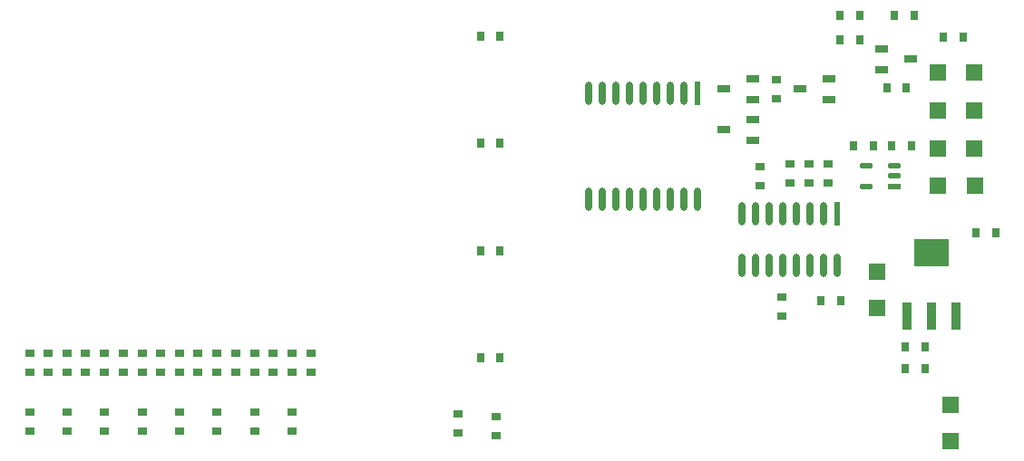
<source format=gtp>
%FSTAX24Y24*%
%MOIN*%
G70*
G01*
G75*
G04 Layer_Color=8421504*
%ADD10R,0.0315X0.0374*%
%ADD11R,0.0374X0.0315*%
%ADD12R,0.0472X0.0256*%
G04:AMPARAMS|DCode=13|XSize=21.7mil|YSize=47.2mil|CornerRadius=0mil|HoleSize=0mil|Usage=FLASHONLY|Rotation=270.000|XOffset=0mil|YOffset=0mil|HoleType=Round|Shape=Octagon|*
%AMOCTAGOND13*
4,1,8,0.0236,0.0054,0.0236,-0.0054,0.0182,-0.0108,-0.0182,-0.0108,-0.0236,-0.0054,-0.0236,0.0054,-0.0182,0.0108,0.0182,0.0108,0.0236,0.0054,0.0*
%
%ADD13OCTAGOND13*%

%ADD14R,0.0472X0.0217*%
%ADD15O,0.0236X0.0866*%
%ADD16R,0.0236X0.0866*%
%ADD17R,0.0630X0.0630*%
%ADD18R,0.1299X0.1004*%
%ADD19R,0.0374X0.1004*%
%ADD20R,0.0630X0.0630*%
%ADD21C,0.0100*%
%ADD22C,0.0200*%
%ADD23C,0.0150*%
%ADD24C,0.0039*%
%ADD25R,0.0787X0.0787*%
%ADD26C,0.0787*%
%ADD27C,0.0591*%
%ADD28R,0.0591X0.0591*%
%ADD29C,0.0709*%
%ADD30R,0.0591X0.0591*%
%ADD31C,0.1800*%
%ADD32C,0.0984*%
%ADD33R,0.0984X0.0984*%
G04:AMPARAMS|DCode=34|XSize=78.7mil|YSize=60mil|CornerRadius=0mil|HoleSize=0mil|Usage=FLASHONLY|Rotation=270.000|XOffset=0mil|YOffset=0mil|HoleType=Round|Shape=Octagon|*
%AMOCTAGOND34*
4,1,8,-0.0150,-0.0394,0.0150,-0.0394,0.0300,-0.0244,0.0300,0.0244,0.0150,0.0394,-0.0150,0.0394,-0.0300,0.0244,-0.0300,-0.0244,-0.0150,-0.0394,0.0*
%
%ADD34OCTAGOND34*%

%ADD35C,0.2441*%
%ADD36C,0.0320*%
%ADD37R,0.0472X0.0728*%
%ADD38C,0.0300*%
D10*
X094567Y085278D02*
D03*
X093858D02*
D03*
X098367Y084478D02*
D03*
X097658D02*
D03*
X094567Y084378D02*
D03*
X093858D02*
D03*
X096467Y080478D02*
D03*
X095758D02*
D03*
X095067D02*
D03*
X094358D02*
D03*
X099567Y077278D02*
D03*
X098858D02*
D03*
X096967Y072278D02*
D03*
X096258D02*
D03*
X080642Y08451D02*
D03*
X08135D02*
D03*
X096258Y073078D02*
D03*
X096967D02*
D03*
X080642Y080573D02*
D03*
X08135D02*
D03*
X080642Y076636D02*
D03*
X08135D02*
D03*
X080642Y072699D02*
D03*
X08135D02*
D03*
X093158Y074778D02*
D03*
X093867D02*
D03*
X095858Y085278D02*
D03*
X096567D02*
D03*
X096277Y08261D02*
D03*
X095568D02*
D03*
D11*
X092713Y079832D02*
D03*
Y079124D02*
D03*
X091513Y082932D02*
D03*
Y082224D02*
D03*
X090913Y079732D02*
D03*
Y079024D02*
D03*
X081213Y069824D02*
D03*
Y070532D02*
D03*
X079813Y069924D02*
D03*
Y070632D02*
D03*
X093413Y079832D02*
D03*
Y079124D02*
D03*
X073713Y072857D02*
D03*
Y072148D02*
D03*
X072335Y072857D02*
D03*
Y072148D02*
D03*
X070957Y072857D02*
D03*
Y072148D02*
D03*
X069579Y072857D02*
D03*
Y072148D02*
D03*
X068201Y072857D02*
D03*
Y072148D02*
D03*
X066823Y072857D02*
D03*
Y072148D02*
D03*
X065445Y072857D02*
D03*
Y072148D02*
D03*
X064067Y072857D02*
D03*
Y072148D02*
D03*
X092013Y079832D02*
D03*
Y079124D02*
D03*
X091713Y074224D02*
D03*
Y074932D02*
D03*
X073713Y070691D02*
D03*
Y069983D02*
D03*
X072335Y070691D02*
D03*
Y069983D02*
D03*
X070957Y070691D02*
D03*
Y069983D02*
D03*
X069579Y070691D02*
D03*
Y069983D02*
D03*
X068201Y070691D02*
D03*
Y069983D02*
D03*
X066823Y070691D02*
D03*
Y069983D02*
D03*
X065445Y070691D02*
D03*
Y069983D02*
D03*
X064067Y070691D02*
D03*
Y069983D02*
D03*
X074413Y072854D02*
D03*
Y072146D02*
D03*
X073013Y072854D02*
D03*
Y072146D02*
D03*
X071643Y072854D02*
D03*
Y072146D02*
D03*
X070263Y072854D02*
D03*
Y072146D02*
D03*
X068893Y072854D02*
D03*
Y072146D02*
D03*
X067513Y072854D02*
D03*
Y072146D02*
D03*
X066133Y072854D02*
D03*
Y072146D02*
D03*
X064753Y072854D02*
D03*
Y072146D02*
D03*
D12*
X090635Y082952D02*
D03*
Y082204D02*
D03*
X08959Y082578D02*
D03*
X09539Y083304D02*
D03*
Y084052D02*
D03*
X096435Y083678D02*
D03*
X093435Y082952D02*
D03*
Y082204D02*
D03*
X09239Y082578D02*
D03*
X090635Y081452D02*
D03*
Y080704D02*
D03*
X08959Y081078D02*
D03*
D13*
X095835Y079752D02*
D03*
Y079378D02*
D03*
X094801Y079752D02*
D03*
Y079004D02*
D03*
D14*
X095835Y079004D02*
D03*
D15*
X085113Y082423D02*
D03*
X088613Y078533D02*
D03*
X085113D02*
D03*
X085613D02*
D03*
X086113D02*
D03*
X086613D02*
D03*
X087113D02*
D03*
X087613D02*
D03*
X088113D02*
D03*
X085613Y082423D02*
D03*
X086113D02*
D03*
X086613D02*
D03*
X087113D02*
D03*
X087613D02*
D03*
X088113D02*
D03*
X084613D02*
D03*
Y078533D02*
D03*
X090257Y077996D02*
D03*
X093757Y076106D02*
D03*
X090257D02*
D03*
X090757D02*
D03*
X091257D02*
D03*
X091757D02*
D03*
X092257D02*
D03*
X092757D02*
D03*
X093257D02*
D03*
X090757Y077996D02*
D03*
X091257D02*
D03*
X091757D02*
D03*
X092257D02*
D03*
X092757D02*
D03*
X093257D02*
D03*
D16*
X088613Y082423D02*
D03*
X093757Y077996D02*
D03*
D17*
X097913Y070947D02*
D03*
Y069609D02*
D03*
X095213Y074509D02*
D03*
Y075847D02*
D03*
D18*
X097213Y076549D02*
D03*
D19*
X098118Y074207D02*
D03*
X097213D02*
D03*
X096307D02*
D03*
D20*
X098782Y080378D02*
D03*
X097443D02*
D03*
X098782Y081778D02*
D03*
X097443D02*
D03*
X098782Y083178D02*
D03*
X097443D02*
D03*
X098802Y07903D02*
D03*
X097463D02*
D03*
M02*

</source>
